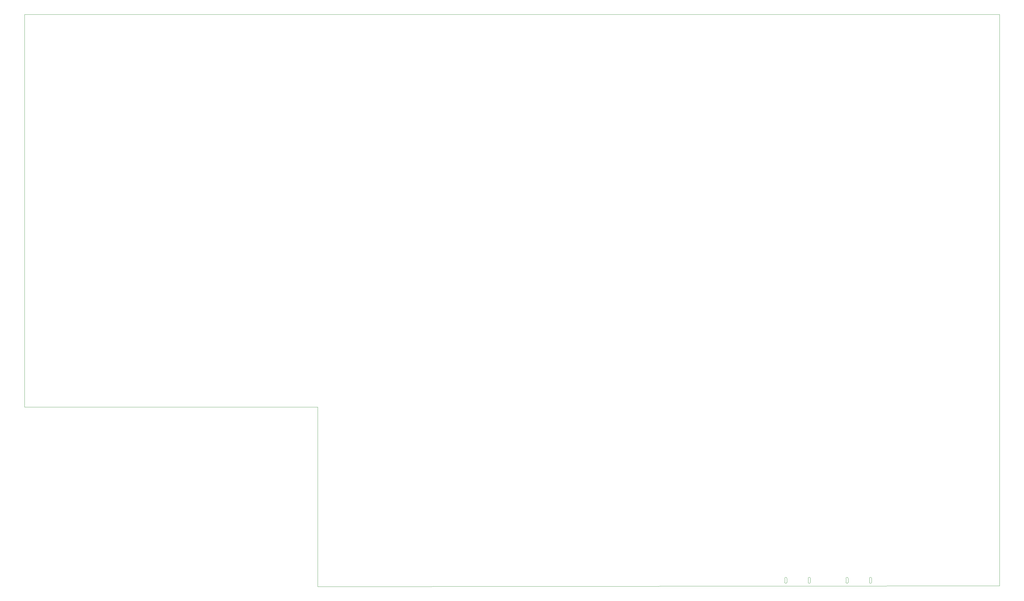
<source format=gm1>
G04 #@! TF.GenerationSoftware,KiCad,Pcbnew,5.1.5-52549c5~84~ubuntu18.04.1*
G04 #@! TF.CreationDate,2020-03-01T16:02:55-05:00*
G04 #@! TF.ProjectId,cropdroid-reservoir,63726f70-6472-46f6-9964-2d7265736572,0.6a*
G04 #@! TF.SameCoordinates,Original*
G04 #@! TF.FileFunction,Profile,NP*
%FSLAX46Y46*%
G04 Gerber Fmt 4.6, Leading zero omitted, Abs format (unit mm)*
G04 Created by KiCad (PCBNEW 5.1.5-52549c5~84~ubuntu18.04.1) date 2020-03-01 16:02:55*
%MOMM*%
%LPD*%
G04 APERTURE LIST*
%ADD10C,0.050000*%
%ADD11C,0.000100*%
G04 APERTURE END LIST*
D10*
X155524200Y-158165800D02*
X155524200Y-163753800D01*
X155524200Y-163753800D02*
X155524200Y-214045800D01*
X64338200Y-158165800D02*
X155524200Y-158165800D01*
X64338200Y-35991800D02*
X64338200Y-158165800D01*
X367601500Y-213791800D02*
X155524200Y-214045800D01*
X367614200Y-35991800D02*
X367601500Y-213791800D01*
X64338200Y-35991800D02*
X367614200Y-35991800D01*
D11*
X320200000Y-213040000D02*
G75*
G03X320550000Y-212690000I0J350000D01*
G01*
X319850000Y-212690000D02*
G75*
G03X320200000Y-213040000I350000J0D01*
G01*
X320200000Y-211140000D02*
G75*
G03X319850000Y-211490000I0J-350000D01*
G01*
X320550000Y-211490000D02*
G75*
G03X320200000Y-211140000I-350000J0D01*
G01*
X319850000Y-211490000D02*
X319850000Y-212690000D01*
X320550000Y-211490000D02*
X320550000Y-212690000D01*
X327500000Y-213040000D02*
G75*
G03X327850000Y-212690000I0J350000D01*
G01*
X327150000Y-212690000D02*
G75*
G03X327500000Y-213040000I350000J0D01*
G01*
X327500000Y-211140000D02*
G75*
G03X327150000Y-211490000I0J-350000D01*
G01*
X327850000Y-211490000D02*
G75*
G03X327500000Y-211140000I-350000J0D01*
G01*
X327150000Y-211490000D02*
X327150000Y-212690000D01*
X327850000Y-211490000D02*
X327850000Y-212690000D01*
X301150000Y-213040000D02*
G75*
G03X301500000Y-212690000I0J350000D01*
G01*
X300800000Y-212690000D02*
G75*
G03X301150000Y-213040000I350000J0D01*
G01*
X301150000Y-211140000D02*
G75*
G03X300800000Y-211490000I0J-350000D01*
G01*
X301500000Y-211490000D02*
G75*
G03X301150000Y-211140000I-350000J0D01*
G01*
X300800000Y-211490000D02*
X300800000Y-212690000D01*
X301500000Y-211490000D02*
X301500000Y-212690000D01*
X308450000Y-213040000D02*
G75*
G03X308800000Y-212690000I0J350000D01*
G01*
X308100000Y-212690000D02*
G75*
G03X308450000Y-213040000I350000J0D01*
G01*
X308450000Y-211140000D02*
G75*
G03X308100000Y-211490000I0J-350000D01*
G01*
X308800000Y-211490000D02*
G75*
G03X308450000Y-211140000I-350000J0D01*
G01*
X308100000Y-211490000D02*
X308100000Y-212690000D01*
X308800000Y-211490000D02*
X308800000Y-212690000D01*
M02*

</source>
